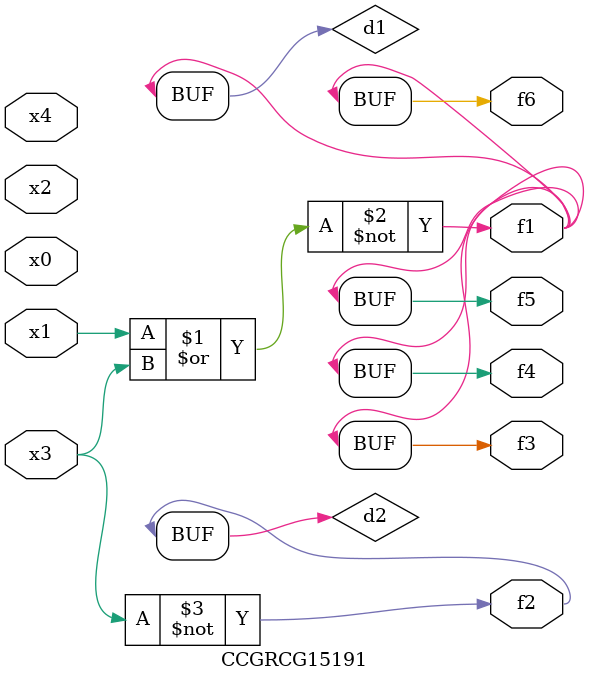
<source format=v>
module CCGRCG15191(
	input x0, x1, x2, x3, x4,
	output f1, f2, f3, f4, f5, f6
);

	wire d1, d2;

	nor (d1, x1, x3);
	not (d2, x3);
	assign f1 = d1;
	assign f2 = d2;
	assign f3 = d1;
	assign f4 = d1;
	assign f5 = d1;
	assign f6 = d1;
endmodule

</source>
